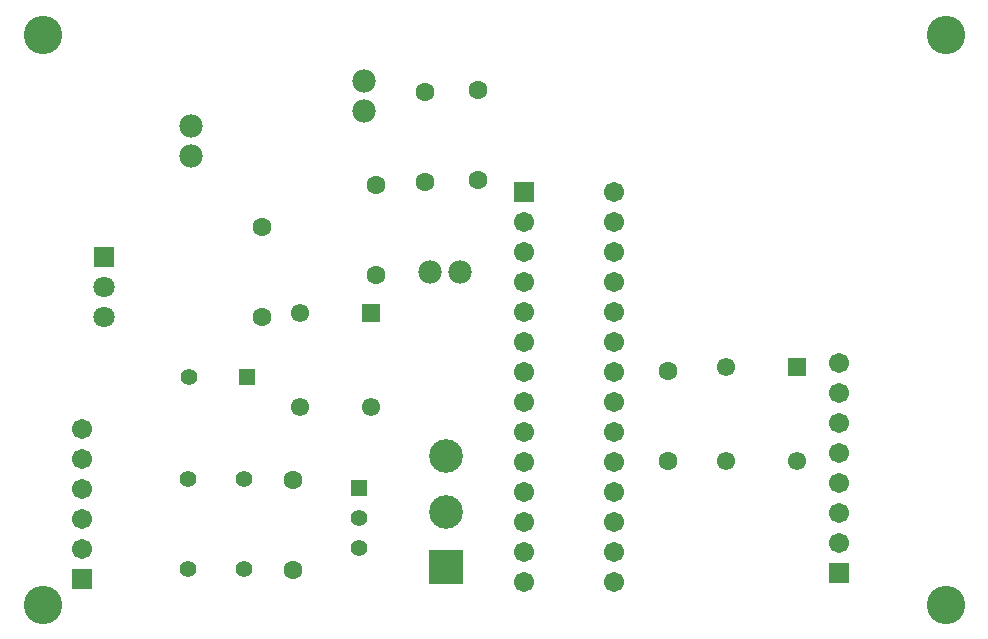
<source format=gts>
G04*
G04 #@! TF.GenerationSoftware,Altium Limited,Altium Designer,21.6.4 (81)*
G04*
G04 Layer_Color=8388736*
%FSLAX25Y25*%
%MOIN*%
G70*
G04*
G04 #@! TF.SameCoordinates,001FDD04-7A3F-48FA-9A57-AA4991743B26*
G04*
G04*
G04 #@! TF.FilePolarity,Negative*
G04*
G01*
G75*
%ADD15C,0.06706*%
%ADD16R,0.06706X0.06706*%
%ADD17C,0.07099*%
%ADD18R,0.07099X0.07099*%
%ADD19R,0.06706X0.06706*%
%ADD20C,0.06102*%
%ADD21R,0.06102X0.06102*%
%ADD22C,0.06312*%
%ADD23C,0.07800*%
%ADD24C,0.11237*%
%ADD25R,0.11237X0.11237*%
%ADD26R,0.05524X0.05524*%
%ADD27C,0.05524*%
%ADD28R,0.05524X0.05524*%
%ADD29C,0.12800*%
D15*
X273000Y89500D02*
D03*
Y79500D02*
D03*
Y69500D02*
D03*
Y59500D02*
D03*
Y49500D02*
D03*
Y39500D02*
D03*
Y29500D02*
D03*
X20500Y67500D02*
D03*
Y57500D02*
D03*
Y47500D02*
D03*
Y37500D02*
D03*
Y27500D02*
D03*
X198000Y16500D02*
D03*
Y26500D02*
D03*
Y36500D02*
D03*
Y46500D02*
D03*
Y56500D02*
D03*
Y66500D02*
D03*
Y76500D02*
D03*
Y86500D02*
D03*
Y96500D02*
D03*
Y106500D02*
D03*
Y116500D02*
D03*
Y126500D02*
D03*
Y136500D02*
D03*
Y146500D02*
D03*
X168000Y16500D02*
D03*
Y26500D02*
D03*
Y36500D02*
D03*
Y46500D02*
D03*
Y56500D02*
D03*
Y66500D02*
D03*
Y76500D02*
D03*
Y86500D02*
D03*
Y96500D02*
D03*
Y106500D02*
D03*
Y116500D02*
D03*
Y126500D02*
D03*
Y136500D02*
D03*
D16*
X273000Y19500D02*
D03*
X20500Y17500D02*
D03*
D17*
X28000Y105000D02*
D03*
Y115000D02*
D03*
D18*
Y125000D02*
D03*
D19*
X168000Y146500D02*
D03*
D20*
X235189Y56752D02*
D03*
Y88248D02*
D03*
X258811Y56752D02*
D03*
X93189Y74752D02*
D03*
Y106248D02*
D03*
X116811Y74752D02*
D03*
D21*
X258811Y88248D02*
D03*
X116811Y106248D02*
D03*
D22*
X216000Y87000D02*
D03*
Y57000D02*
D03*
X80500Y105000D02*
D03*
Y135000D02*
D03*
X152500Y150500D02*
D03*
Y180500D02*
D03*
X135000Y150000D02*
D03*
Y180000D02*
D03*
X118500Y149000D02*
D03*
Y119000D02*
D03*
X91000Y20500D02*
D03*
Y50500D02*
D03*
D23*
X57000Y158500D02*
D03*
Y168500D02*
D03*
X114500Y173500D02*
D03*
Y183500D02*
D03*
X146500Y120000D02*
D03*
X136500D02*
D03*
D24*
X142000Y58500D02*
D03*
Y40000D02*
D03*
D25*
Y21500D02*
D03*
D26*
X113000Y48000D02*
D03*
D27*
Y38000D02*
D03*
Y28000D02*
D03*
X74500Y21000D02*
D03*
Y51000D02*
D03*
X56394Y85000D02*
D03*
X56000Y51000D02*
D03*
Y21000D02*
D03*
D28*
X75606Y85000D02*
D03*
D29*
X308500Y9000D02*
D03*
Y199000D02*
D03*
X7500Y9000D02*
D03*
Y199000D02*
D03*
M02*

</source>
